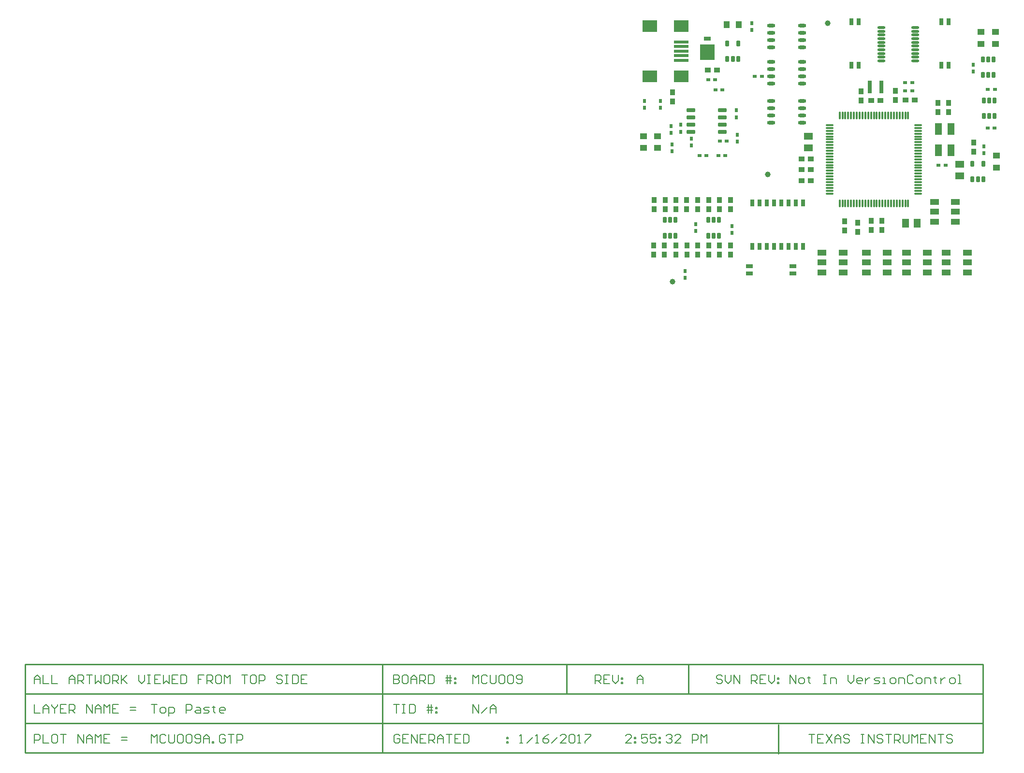
<source format=gtp>
G04 Layer_Color=8421504*
%FSAX25Y25*%
%MOIN*%
G70*
G01*
G75*
%ADD10R,0.04724X0.07874*%
%ADD11R,0.09843X0.01969*%
%ADD12R,0.09843X0.07874*%
%ADD13R,0.04724X0.04331*%
%ADD14R,0.06299X0.03937*%
%ADD15R,0.06299X0.03937*%
%ADD16R,0.02992X0.05000*%
%ADD17R,0.05000X0.02992*%
G04:AMPARAMS|DCode=18|XSize=23.62mil|YSize=57.09mil|CornerRadius=2.01mil|HoleSize=0mil|Usage=FLASHONLY|Rotation=90.000|XOffset=0mil|YOffset=0mil|HoleType=Round|Shape=RoundedRectangle|*
%AMROUNDEDRECTD18*
21,1,0.02362,0.05307,0,0,90.0*
21,1,0.01961,0.05709,0,0,90.0*
1,1,0.00402,0.02654,0.00980*
1,1,0.00402,0.02654,-0.00980*
1,1,0.00402,-0.02654,-0.00980*
1,1,0.00402,-0.02654,0.00980*
%
%ADD18ROUNDEDRECTD18*%
%ADD19O,0.01181X0.05709*%
%ADD20O,0.05709X0.01181*%
%ADD21O,0.05512X0.01772*%
%ADD22R,0.10000X0.10500*%
%ADD23R,0.05000X0.03000*%
%ADD24C,0.03937*%
G04:AMPARAMS|DCode=25|XSize=23.62mil|YSize=39.37mil|CornerRadius=2.01mil|HoleSize=0mil|Usage=FLASHONLY|Rotation=0.000|XOffset=0mil|YOffset=0mil|HoleType=Round|Shape=RoundedRectangle|*
%AMROUNDEDRECTD25*
21,1,0.02362,0.03535,0,0,0.0*
21,1,0.01961,0.03937,0,0,0.0*
1,1,0.00402,0.00980,-0.01768*
1,1,0.00402,-0.00980,-0.01768*
1,1,0.00402,-0.00980,0.01768*
1,1,0.00402,0.00980,0.01768*
%
%ADD25ROUNDEDRECTD25*%
%ADD26O,0.05709X0.02362*%
%ADD28R,0.03150X0.08661*%
%ADD29R,0.03150X0.02362*%
%ADD30R,0.03740X0.03937*%
%ADD31R,0.02362X0.03150*%
%ADD32R,0.03937X0.03740*%
%ADD33R,0.04331X0.04724*%
%ADD34R,0.05000X0.06300*%
%ADD35R,0.06300X0.05000*%
%ADD39C,0.01000*%
%ADD40C,0.00800*%
G54D10*
X0678203Y0455943D02*
D03*
X0669542D02*
D03*
X0678203Y0470510D02*
D03*
X0669542D02*
D03*
G54D11*
X0492376Y0530546D02*
D03*
Y0527396D02*
D03*
Y0524247D02*
D03*
Y0521097D02*
D03*
Y0517947D02*
D03*
G54D12*
Y0541569D02*
D03*
Y0506924D02*
D03*
X0470723Y0541569D02*
D03*
Y0506924D02*
D03*
G54D13*
X0708981Y0529113D02*
D03*
Y0537380D02*
D03*
X0709700Y0452034D02*
D03*
Y0443766D02*
D03*
X0476089Y0457390D02*
D03*
Y0465658D02*
D03*
X0699012Y0529113D02*
D03*
Y0537380D02*
D03*
X0466410Y0457373D02*
D03*
Y0465640D02*
D03*
G54D14*
X0681484Y0406510D02*
D03*
Y0413400D02*
D03*
Y0420290D02*
D03*
X0666917D02*
D03*
Y0413400D02*
D03*
Y0406510D02*
D03*
X0675106Y0385290D02*
D03*
Y0378400D02*
D03*
Y0371510D02*
D03*
X0689674D02*
D03*
Y0378400D02*
D03*
Y0385290D02*
D03*
G54D15*
X0619916D02*
D03*
Y0378400D02*
D03*
Y0371510D02*
D03*
X0634483D02*
D03*
Y0378400D02*
D03*
Y0385290D02*
D03*
X0589417D02*
D03*
Y0378400D02*
D03*
Y0371510D02*
D03*
X0603983D02*
D03*
Y0378400D02*
D03*
Y0385290D02*
D03*
X0662174Y0371510D02*
D03*
Y0378400D02*
D03*
Y0385290D02*
D03*
X0647607D02*
D03*
Y0378400D02*
D03*
Y0371510D02*
D03*
G54D16*
X0541200Y0389400D02*
D03*
X0546200D02*
D03*
X0551200D02*
D03*
X0556200D02*
D03*
X0561200D02*
D03*
X0566200D02*
D03*
X0571200D02*
D03*
X0576200D02*
D03*
Y0419400D02*
D03*
X0571200D02*
D03*
X0566200D02*
D03*
X0561200D02*
D03*
X0556200D02*
D03*
X0551200D02*
D03*
X0546200D02*
D03*
X0541200D02*
D03*
X0609700Y0544400D02*
D03*
X0614700D02*
D03*
Y0514400D02*
D03*
X0609700D02*
D03*
X0676700Y0544400D02*
D03*
X0671700D02*
D03*
Y0514400D02*
D03*
X0676700D02*
D03*
G54D17*
X0539200Y0375900D02*
D03*
Y0370900D02*
D03*
X0569200D02*
D03*
Y0375900D02*
D03*
G54D18*
X0499181Y0483644D02*
D03*
Y0478644D02*
D03*
Y0473644D02*
D03*
Y0468644D02*
D03*
X0520638Y0483644D02*
D03*
Y0478644D02*
D03*
Y0473644D02*
D03*
Y0468644D02*
D03*
G54D19*
X0601578Y0480030D02*
D03*
X0603546D02*
D03*
X0605515D02*
D03*
X0607483D02*
D03*
X0609452D02*
D03*
X0611420D02*
D03*
X0613389D02*
D03*
X0615357D02*
D03*
X0617326D02*
D03*
X0619295D02*
D03*
X0621263D02*
D03*
X0623232D02*
D03*
X0625200D02*
D03*
X0627169D02*
D03*
X0629137D02*
D03*
X0631106D02*
D03*
X0633074D02*
D03*
X0635042D02*
D03*
X0637011D02*
D03*
X0638979D02*
D03*
X0640948D02*
D03*
X0642916D02*
D03*
X0644885D02*
D03*
X0646853D02*
D03*
X0648822D02*
D03*
Y0419203D02*
D03*
X0646853D02*
D03*
X0644885D02*
D03*
X0642916D02*
D03*
X0640948D02*
D03*
X0638979D02*
D03*
X0637011D02*
D03*
X0635042D02*
D03*
X0633074D02*
D03*
X0631106D02*
D03*
X0629137D02*
D03*
X0627169D02*
D03*
X0625200D02*
D03*
X0623232D02*
D03*
X0621263D02*
D03*
X0619295D02*
D03*
X0617326D02*
D03*
X0615357D02*
D03*
X0613389D02*
D03*
X0611420D02*
D03*
X0609452D02*
D03*
X0607483D02*
D03*
X0605515D02*
D03*
X0603546D02*
D03*
X0601578D02*
D03*
G54D20*
X0655613Y0473238D02*
D03*
Y0471270D02*
D03*
Y0469301D02*
D03*
Y0467333D02*
D03*
Y0465364D02*
D03*
Y0463396D02*
D03*
Y0461427D02*
D03*
Y0459459D02*
D03*
Y0457490D02*
D03*
Y0455522D02*
D03*
Y0453553D02*
D03*
Y0451585D02*
D03*
Y0449616D02*
D03*
Y0447648D02*
D03*
Y0445679D02*
D03*
Y0443711D02*
D03*
Y0441742D02*
D03*
Y0439774D02*
D03*
Y0437805D02*
D03*
Y0435837D02*
D03*
Y0433868D02*
D03*
Y0431900D02*
D03*
Y0429931D02*
D03*
Y0427963D02*
D03*
Y0425994D02*
D03*
X0594787D02*
D03*
Y0427963D02*
D03*
Y0429931D02*
D03*
Y0431900D02*
D03*
Y0433868D02*
D03*
Y0435837D02*
D03*
Y0437805D02*
D03*
Y0439774D02*
D03*
Y0441742D02*
D03*
Y0443711D02*
D03*
Y0445679D02*
D03*
Y0447648D02*
D03*
Y0449616D02*
D03*
Y0451585D02*
D03*
Y0453553D02*
D03*
Y0455522D02*
D03*
Y0457490D02*
D03*
Y0459459D02*
D03*
Y0461427D02*
D03*
Y0463396D02*
D03*
Y0465364D02*
D03*
Y0467333D02*
D03*
Y0469301D02*
D03*
Y0471270D02*
D03*
Y0473238D02*
D03*
G54D21*
X0630395Y0540560D02*
D03*
Y0538001D02*
D03*
Y0535442D02*
D03*
Y0532883D02*
D03*
Y0530324D02*
D03*
Y0527765D02*
D03*
Y0525206D02*
D03*
Y0522647D02*
D03*
Y0520087D02*
D03*
Y0517528D02*
D03*
X0653624Y0540560D02*
D03*
Y0538001D02*
D03*
Y0535442D02*
D03*
Y0532883D02*
D03*
Y0530324D02*
D03*
Y0527765D02*
D03*
Y0525206D02*
D03*
Y0522647D02*
D03*
Y0520087D02*
D03*
Y0517528D02*
D03*
G54D22*
X0510410Y0523544D02*
D03*
G54D23*
Y0532744D02*
D03*
G54D24*
X0593200Y0543400D02*
D03*
X0486190Y0365360D02*
D03*
X0551890Y0439160D02*
D03*
G54D25*
X0708440Y0479487D02*
D03*
X0704700D02*
D03*
X0700960D02*
D03*
Y0490313D02*
D03*
X0704700D02*
D03*
X0708440D02*
D03*
X0510960Y0396987D02*
D03*
X0514700D02*
D03*
X0518440D02*
D03*
Y0407813D02*
D03*
X0514700D02*
D03*
X0510960D02*
D03*
X0693150Y0435747D02*
D03*
X0696890D02*
D03*
X0700630D02*
D03*
Y0446573D02*
D03*
X0693150D02*
D03*
X0524169Y0518731D02*
D03*
X0527910D02*
D03*
X0531650D02*
D03*
Y0529558D02*
D03*
X0524169D02*
D03*
X0700240Y0507833D02*
D03*
X0703981D02*
D03*
X0707721D02*
D03*
Y0518660D02*
D03*
X0703981D02*
D03*
X0700240D02*
D03*
X0480960Y0396987D02*
D03*
X0484700D02*
D03*
X0488440D02*
D03*
Y0407813D02*
D03*
X0484700D02*
D03*
X0480960D02*
D03*
G54D26*
X0554284Y0489747D02*
D03*
Y0484747D02*
D03*
Y0479747D02*
D03*
Y0474747D02*
D03*
X0575740Y0489747D02*
D03*
Y0484747D02*
D03*
Y0479747D02*
D03*
Y0474747D02*
D03*
Y0526747D02*
D03*
Y0531747D02*
D03*
Y0536747D02*
D03*
Y0541747D02*
D03*
X0554284Y0526747D02*
D03*
Y0531747D02*
D03*
Y0536747D02*
D03*
Y0541747D02*
D03*
X0575740Y0501747D02*
D03*
Y0506747D02*
D03*
Y0511747D02*
D03*
Y0516747D02*
D03*
X0554284Y0501747D02*
D03*
Y0506747D02*
D03*
Y0511747D02*
D03*
Y0516747D02*
D03*
G54D28*
X0630327Y0499660D02*
D03*
X0622453D02*
D03*
G54D29*
X0651562Y0502400D02*
D03*
X0646838D02*
D03*
X0515772Y0504644D02*
D03*
X0511047D02*
D03*
X0520772Y0497644D02*
D03*
X0516047D02*
D03*
X0523752Y0462160D02*
D03*
X0519028D02*
D03*
X0509788Y0452294D02*
D03*
X0505063D02*
D03*
X0703528Y0471160D02*
D03*
X0708252D02*
D03*
X0547851Y0506724D02*
D03*
X0543127D02*
D03*
X0518047Y0452144D02*
D03*
X0522772D02*
D03*
X0669838Y0445400D02*
D03*
X0674562D02*
D03*
X0708562Y0497900D02*
D03*
X0703838D02*
D03*
X0651562Y0496900D02*
D03*
X0646838D02*
D03*
G54D30*
X0473200Y0383750D02*
D03*
Y0390050D02*
D03*
X0496200Y0383750D02*
D03*
Y0390050D02*
D03*
X0495890Y0421660D02*
D03*
Y0415361D02*
D03*
X0473700Y0421550D02*
D03*
Y0415250D02*
D03*
X0503700Y0383750D02*
D03*
Y0390050D02*
D03*
X0526200Y0383750D02*
D03*
Y0390050D02*
D03*
Y0421550D02*
D03*
Y0415250D02*
D03*
X0503700Y0421550D02*
D03*
Y0415250D02*
D03*
X0480700Y0390050D02*
D03*
Y0383750D02*
D03*
X0488700Y0390050D02*
D03*
Y0383750D02*
D03*
Y0415250D02*
D03*
Y0421550D02*
D03*
X0481200Y0415250D02*
D03*
Y0421550D02*
D03*
X0511200Y0390050D02*
D03*
Y0383750D02*
D03*
X0518700Y0390050D02*
D03*
Y0383750D02*
D03*
X0518700Y0415250D02*
D03*
Y0421550D02*
D03*
X0511200Y0415250D02*
D03*
Y0421550D02*
D03*
X0630700Y0407050D02*
D03*
Y0400750D02*
D03*
X0486390Y0489510D02*
D03*
Y0495810D02*
D03*
X0693890Y0455010D02*
D03*
Y0461310D02*
D03*
X0623200Y0407050D02*
D03*
Y0400750D02*
D03*
X0604890Y0406810D02*
D03*
Y0400510D02*
D03*
X0613890Y0405810D02*
D03*
Y0399510D02*
D03*
X0669200Y0488550D02*
D03*
Y0482250D02*
D03*
X0676700Y0488550D02*
D03*
Y0482250D02*
D03*
X0616200Y0496550D02*
D03*
Y0490250D02*
D03*
X0639890Y0490510D02*
D03*
Y0496810D02*
D03*
G54D31*
X0502390Y0405022D02*
D03*
Y0400298D02*
D03*
X0527390Y0403522D02*
D03*
Y0398798D02*
D03*
X0494890Y0372522D02*
D03*
Y0367798D02*
D03*
X0540910Y0543506D02*
D03*
Y0538782D02*
D03*
X0485890Y0455298D02*
D03*
Y0460022D02*
D03*
X0693700Y0514762D02*
D03*
Y0510038D02*
D03*
X0530260Y0478672D02*
D03*
Y0483396D02*
D03*
X0485410Y0467782D02*
D03*
Y0472506D02*
D03*
X0530910Y0466506D02*
D03*
Y0461782D02*
D03*
X0466910Y0485282D02*
D03*
Y0490006D02*
D03*
X0700890Y0458522D02*
D03*
Y0453798D02*
D03*
X0499390Y0459298D02*
D03*
Y0464022D02*
D03*
X0491889Y0468662D02*
D03*
Y0473386D02*
D03*
X0477890Y0485298D02*
D03*
Y0490022D02*
D03*
G54D32*
X0581650Y0442400D02*
D03*
X0575350D02*
D03*
X0581750Y0449900D02*
D03*
X0575450D02*
D03*
X0517059Y0511144D02*
D03*
X0510760D02*
D03*
X0581650Y0434900D02*
D03*
X0575350D02*
D03*
X0653350Y0490400D02*
D03*
X0647050D02*
D03*
X0629540Y0490160D02*
D03*
X0623240D02*
D03*
G54D33*
X0532082Y0542516D02*
D03*
X0523814D02*
D03*
G54D34*
X0654890Y0405660D02*
D03*
X0646890D02*
D03*
G54D35*
X0579890Y0465560D02*
D03*
Y0457560D02*
D03*
X0684390Y0446160D02*
D03*
Y0438160D02*
D03*
G54D39*
X0497200Y0080717D02*
Y0101050D01*
X0413200Y0080717D02*
Y0101050D01*
X0040000Y0080717D02*
X0700200D01*
X0040000Y0060383D02*
X0700000D01*
X0040000Y0040050D02*
X0440500D01*
X0040050Y0101050D02*
X0700200D01*
X0040050Y0040050D02*
Y0101050D01*
Y0040050D02*
X0197600D01*
X0040000D02*
Y0101050D01*
X0286500Y0040050D02*
Y0101050D01*
X0700200Y0040050D02*
Y0101050D01*
X0440500Y0040050D02*
X0700200D01*
X0559400Y0039400D02*
Y0059683D01*
G54D40*
X0126900Y0073549D02*
X0130899D01*
X0128899D01*
Y0067551D01*
X0133898D02*
X0135897D01*
X0136897Y0068550D01*
Y0070550D01*
X0135897Y0071549D01*
X0133898D01*
X0132898Y0070550D01*
Y0068550D01*
X0133898Y0067551D01*
X0138896Y0065551D02*
Y0071549D01*
X0141895D01*
X0142895Y0070550D01*
Y0068550D01*
X0141895Y0067551D01*
X0138896D01*
X0150892D02*
Y0073549D01*
X0153891D01*
X0154891Y0072549D01*
Y0070550D01*
X0153891Y0069550D01*
X0150892D01*
X0157890Y0071549D02*
X0159889D01*
X0160889Y0070550D01*
Y0067551D01*
X0157890D01*
X0156890Y0068550D01*
X0157890Y0069550D01*
X0160889D01*
X0162888Y0067551D02*
X0165887D01*
X0166887Y0068550D01*
X0165887Y0069550D01*
X0163888D01*
X0162888Y0070550D01*
X0163888Y0071549D01*
X0166887D01*
X0169886Y0072549D02*
Y0071549D01*
X0168886D01*
X0170886D01*
X0169886D01*
Y0068550D01*
X0170886Y0067551D01*
X0176884D02*
X0174884D01*
X0173885Y0068550D01*
Y0070550D01*
X0174884Y0071549D01*
X0176884D01*
X0177884Y0070550D01*
Y0069550D01*
X0173885D01*
X0567400Y0087833D02*
Y0093831D01*
X0571399Y0087833D01*
Y0093831D01*
X0574398Y0087833D02*
X0576397D01*
X0577397Y0088833D01*
Y0090832D01*
X0576397Y0091832D01*
X0574398D01*
X0573398Y0090832D01*
Y0088833D01*
X0574398Y0087833D01*
X0580396Y0092832D02*
Y0091832D01*
X0579396D01*
X0581395D01*
X0580396D01*
Y0088833D01*
X0581395Y0087833D01*
X0590393Y0093831D02*
X0592392D01*
X0591392D01*
Y0087833D01*
X0590393D01*
X0592392D01*
X0595391D02*
Y0091832D01*
X0598390D01*
X0599390Y0090832D01*
Y0087833D01*
X0607387Y0093831D02*
Y0089833D01*
X0609386Y0087833D01*
X0611386Y0089833D01*
Y0093831D01*
X0616384Y0087833D02*
X0614385D01*
X0613385Y0088833D01*
Y0090832D01*
X0614385Y0091832D01*
X0616384D01*
X0617384Y0090832D01*
Y0089833D01*
X0613385D01*
X0619383Y0091832D02*
Y0087833D01*
Y0089833D01*
X0620383Y0090832D01*
X0621383Y0091832D01*
X0622382D01*
X0625381Y0087833D02*
X0628380D01*
X0629380Y0088833D01*
X0628380Y0089833D01*
X0626381D01*
X0625381Y0090832D01*
X0626381Y0091832D01*
X0629380D01*
X0631379Y0087833D02*
X0633379D01*
X0632379D01*
Y0091832D01*
X0631379D01*
X0637377Y0087833D02*
X0639377D01*
X0640376Y0088833D01*
Y0090832D01*
X0639377Y0091832D01*
X0637377D01*
X0636378Y0090832D01*
Y0088833D01*
X0637377Y0087833D01*
X0642376D02*
Y0091832D01*
X0645375D01*
X0646374Y0090832D01*
Y0087833D01*
X0652373Y0092832D02*
X0651373Y0093831D01*
X0649373D01*
X0648374Y0092832D01*
Y0088833D01*
X0649373Y0087833D01*
X0651373D01*
X0652373Y0088833D01*
X0655372Y0087833D02*
X0657371D01*
X0658371Y0088833D01*
Y0090832D01*
X0657371Y0091832D01*
X0655372D01*
X0654372Y0090832D01*
Y0088833D01*
X0655372Y0087833D01*
X0660370D02*
Y0091832D01*
X0663369D01*
X0664369Y0090832D01*
Y0087833D01*
X0667368Y0092832D02*
Y0091832D01*
X0666368D01*
X0668367D01*
X0667368D01*
Y0088833D01*
X0668367Y0087833D01*
X0671366Y0091832D02*
Y0087833D01*
Y0089833D01*
X0672366Y0090832D01*
X0673366Y0091832D01*
X0674365D01*
X0678364Y0087833D02*
X0680364D01*
X0681363Y0088833D01*
Y0090832D01*
X0680364Y0091832D01*
X0678364D01*
X0677364Y0090832D01*
Y0088833D01*
X0678364Y0087833D01*
X0683362D02*
X0685362D01*
X0684362D01*
Y0093831D01*
X0683362D01*
X0520799Y0092832D02*
X0519799Y0093831D01*
X0517800D01*
X0516800Y0092832D01*
Y0091832D01*
X0517800Y0090832D01*
X0519799D01*
X0520799Y0089833D01*
Y0088833D01*
X0519799Y0087833D01*
X0517800D01*
X0516800Y0088833D01*
X0522798Y0093831D02*
Y0089833D01*
X0524797Y0087833D01*
X0526797Y0089833D01*
Y0093831D01*
X0528796Y0087833D02*
Y0093831D01*
X0532795Y0087833D01*
Y0093831D01*
X0540792Y0087833D02*
Y0093831D01*
X0543791D01*
X0544791Y0092832D01*
Y0090832D01*
X0543791Y0089833D01*
X0540792D01*
X0542792D02*
X0544791Y0087833D01*
X0550789Y0093831D02*
X0546790D01*
Y0087833D01*
X0550789D01*
X0546790Y0090832D02*
X0548790D01*
X0552788Y0093831D02*
Y0089833D01*
X0554788Y0087833D01*
X0556787Y0089833D01*
Y0093831D01*
X0558786Y0091832D02*
X0559786D01*
Y0090832D01*
X0558786D01*
Y0091832D01*
Y0088833D02*
X0559786D01*
Y0087833D01*
X0558786D01*
Y0088833D01*
X0433000Y0087833D02*
Y0093831D01*
X0435999D01*
X0436999Y0092832D01*
Y0090832D01*
X0435999Y0089833D01*
X0433000D01*
X0434999D02*
X0436999Y0087833D01*
X0442997Y0093831D02*
X0438998D01*
Y0087833D01*
X0442997D01*
X0438998Y0090832D02*
X0440997D01*
X0444996Y0093831D02*
Y0089833D01*
X0446995Y0087833D01*
X0448995Y0089833D01*
Y0093831D01*
X0450994Y0091832D02*
X0451994D01*
Y0090832D01*
X0450994D01*
Y0091832D01*
Y0088833D02*
X0451994D01*
Y0087833D01*
X0450994D01*
Y0088833D01*
X0126900Y0046966D02*
Y0052965D01*
X0128899Y0050965D01*
X0130899Y0052965D01*
Y0046966D01*
X0136897Y0051965D02*
X0135897Y0052965D01*
X0133898D01*
X0132898Y0051965D01*
Y0047966D01*
X0133898Y0046966D01*
X0135897D01*
X0136897Y0047966D01*
X0138896Y0052965D02*
Y0047966D01*
X0139896Y0046966D01*
X0141895D01*
X0142895Y0047966D01*
Y0052965D01*
X0144894Y0051965D02*
X0145894Y0052965D01*
X0147893D01*
X0148893Y0051965D01*
Y0047966D01*
X0147893Y0046966D01*
X0145894D01*
X0144894Y0047966D01*
Y0051965D01*
X0150892D02*
X0151892Y0052965D01*
X0153891D01*
X0154891Y0051965D01*
Y0047966D01*
X0153891Y0046966D01*
X0151892D01*
X0150892Y0047966D01*
Y0051965D01*
X0156890Y0047966D02*
X0157890Y0046966D01*
X0159889D01*
X0160889Y0047966D01*
Y0051965D01*
X0159889Y0052965D01*
X0157890D01*
X0156890Y0051965D01*
Y0050965D01*
X0157890Y0049966D01*
X0160889D01*
X0162888Y0046966D02*
Y0050965D01*
X0164888Y0052965D01*
X0166887Y0050965D01*
Y0046966D01*
Y0049966D01*
X0162888D01*
X0168886Y0046966D02*
Y0047966D01*
X0169886D01*
Y0046966D01*
X0168886D01*
X0177884Y0051965D02*
X0176884Y0052965D01*
X0174884D01*
X0173885Y0051965D01*
Y0047966D01*
X0174884Y0046966D01*
X0176884D01*
X0177884Y0047966D01*
Y0049966D01*
X0175884D01*
X0179883Y0052965D02*
X0183882D01*
X0181882D01*
Y0046966D01*
X0185881D02*
Y0052965D01*
X0188880D01*
X0189880Y0051965D01*
Y0049966D01*
X0188880Y0048966D01*
X0185881D01*
X0381150Y0046966D02*
X0383149D01*
X0382150D01*
Y0052965D01*
X0381150Y0051965D01*
X0386148Y0046966D02*
X0390147Y0050965D01*
X0392146Y0046966D02*
X0394146D01*
X0393146D01*
Y0052965D01*
X0392146Y0051965D01*
X0401144Y0052965D02*
X0399144Y0051965D01*
X0397145Y0049966D01*
Y0047966D01*
X0398145Y0046966D01*
X0400144D01*
X0401144Y0047966D01*
Y0048966D01*
X0400144Y0049966D01*
X0397145D01*
X0403143Y0046966D02*
X0407142Y0050965D01*
X0413140Y0046966D02*
X0409141D01*
X0413140Y0050965D01*
Y0051965D01*
X0412140Y0052965D01*
X0410141D01*
X0409141Y0051965D01*
X0415139D02*
X0416139Y0052965D01*
X0418138D01*
X0419138Y0051965D01*
Y0047966D01*
X0418138Y0046966D01*
X0416139D01*
X0415139Y0047966D01*
Y0051965D01*
X0421137Y0046966D02*
X0423136D01*
X0422137D01*
Y0052965D01*
X0421137Y0051965D01*
X0426135Y0052965D02*
X0430134D01*
Y0051965D01*
X0426135Y0047966D01*
Y0046966D01*
X0298199Y0051965D02*
X0297199Y0052965D01*
X0295200D01*
X0294200Y0051965D01*
Y0047966D01*
X0295200Y0046966D01*
X0297199D01*
X0298199Y0047966D01*
Y0049966D01*
X0296199D01*
X0304197Y0052965D02*
X0300198D01*
Y0046966D01*
X0304197D01*
X0300198Y0049966D02*
X0302197D01*
X0306196Y0046966D02*
Y0052965D01*
X0310195Y0046966D01*
Y0052965D01*
X0316193D02*
X0312194D01*
Y0046966D01*
X0316193D01*
X0312194Y0049966D02*
X0314194D01*
X0318192Y0046966D02*
Y0052965D01*
X0321191D01*
X0322191Y0051965D01*
Y0049966D01*
X0321191Y0048966D01*
X0318192D01*
X0320192D02*
X0322191Y0046966D01*
X0324190D02*
Y0050965D01*
X0326190Y0052965D01*
X0328189Y0050965D01*
Y0046966D01*
Y0049966D01*
X0324190D01*
X0330188Y0052965D02*
X0334187D01*
X0332188D01*
Y0046966D01*
X0340185Y0052965D02*
X0336186D01*
Y0046966D01*
X0340185D01*
X0336186Y0049966D02*
X0338186D01*
X0342184Y0052965D02*
Y0046966D01*
X0345183D01*
X0346183Y0047966D01*
Y0051965D01*
X0345183Y0052965D01*
X0342184D01*
X0372175Y0050965D02*
X0373175D01*
Y0049966D01*
X0372175D01*
Y0050965D01*
Y0047966D02*
X0373175D01*
Y0046966D01*
X0372175D01*
Y0047966D01*
X0046350Y0087833D02*
Y0091832D01*
X0048349Y0093831D01*
X0050349Y0091832D01*
Y0087833D01*
Y0090832D01*
X0046350D01*
X0052348Y0093831D02*
Y0087833D01*
X0056347D01*
X0058346Y0093831D02*
Y0087833D01*
X0062345D01*
X0070342D02*
Y0091832D01*
X0072342Y0093831D01*
X0074341Y0091832D01*
Y0087833D01*
Y0090832D01*
X0070342D01*
X0076340Y0087833D02*
Y0093831D01*
X0079339D01*
X0080339Y0092832D01*
Y0090832D01*
X0079339Y0089833D01*
X0076340D01*
X0078340D02*
X0080339Y0087833D01*
X0082338Y0093831D02*
X0086337D01*
X0084338D01*
Y0087833D01*
X0088336Y0093831D02*
Y0087833D01*
X0090336Y0089833D01*
X0092335Y0087833D01*
Y0093831D01*
X0097334D02*
X0095334D01*
X0094335Y0092832D01*
Y0088833D01*
X0095334Y0087833D01*
X0097334D01*
X0098333Y0088833D01*
Y0092832D01*
X0097334Y0093831D01*
X0100332Y0087833D02*
Y0093831D01*
X0103332D01*
X0104331Y0092832D01*
Y0090832D01*
X0103332Y0089833D01*
X0100332D01*
X0102332D02*
X0104331Y0087833D01*
X0106331Y0093831D02*
Y0087833D01*
Y0089833D01*
X0110329Y0093831D01*
X0107330Y0090832D01*
X0110329Y0087833D01*
X0118327Y0093831D02*
Y0089833D01*
X0120326Y0087833D01*
X0122325Y0089833D01*
Y0093831D01*
X0124325D02*
X0126324D01*
X0125324D01*
Y0087833D01*
X0124325D01*
X0126324D01*
X0133322Y0093831D02*
X0129323D01*
Y0087833D01*
X0133322D01*
X0129323Y0090832D02*
X0131323D01*
X0135321Y0093831D02*
Y0087833D01*
X0137321Y0089833D01*
X0139320Y0087833D01*
Y0093831D01*
X0145318D02*
X0141319D01*
Y0087833D01*
X0145318D01*
X0141319Y0090832D02*
X0143319D01*
X0147317Y0093831D02*
Y0087833D01*
X0150316D01*
X0151316Y0088833D01*
Y0092832D01*
X0150316Y0093831D01*
X0147317D01*
X0163312D02*
X0159313D01*
Y0090832D01*
X0161313D01*
X0159313D01*
Y0087833D01*
X0165312D02*
Y0093831D01*
X0168310D01*
X0169310Y0092832D01*
Y0090832D01*
X0168310Y0089833D01*
X0165312D01*
X0167311D02*
X0169310Y0087833D01*
X0174309Y0093831D02*
X0172309D01*
X0171310Y0092832D01*
Y0088833D01*
X0172309Y0087833D01*
X0174309D01*
X0175308Y0088833D01*
Y0092832D01*
X0174309Y0093831D01*
X0177308Y0087833D02*
Y0093831D01*
X0179307Y0091832D01*
X0181306Y0093831D01*
Y0087833D01*
X0189304Y0093831D02*
X0193303D01*
X0191303D01*
Y0087833D01*
X0198301Y0093831D02*
X0196301D01*
X0195302Y0092832D01*
Y0088833D01*
X0196301Y0087833D01*
X0198301D01*
X0199301Y0088833D01*
Y0092832D01*
X0198301Y0093831D01*
X0201300Y0087833D02*
Y0093831D01*
X0204299D01*
X0205299Y0092832D01*
Y0090832D01*
X0204299Y0089833D01*
X0201300D01*
X0217295Y0092832D02*
X0216295Y0093831D01*
X0214296D01*
X0213296Y0092832D01*
Y0091832D01*
X0214296Y0090832D01*
X0216295D01*
X0217295Y0089833D01*
Y0088833D01*
X0216295Y0087833D01*
X0214296D01*
X0213296Y0088833D01*
X0219294Y0093831D02*
X0221293D01*
X0220294D01*
Y0087833D01*
X0219294D01*
X0221293D01*
X0224292Y0093831D02*
Y0087833D01*
X0227291D01*
X0228291Y0088833D01*
Y0092832D01*
X0227291Y0093831D01*
X0224292D01*
X0234289D02*
X0230291D01*
Y0087833D01*
X0234289D01*
X0230291Y0090832D02*
X0232290D01*
X0462150Y0087833D02*
Y0091832D01*
X0464149Y0093831D01*
X0466149Y0091832D01*
Y0087833D01*
Y0090832D01*
X0462150D01*
X0348550Y0087833D02*
Y0093831D01*
X0350549Y0091832D01*
X0352549Y0093831D01*
Y0087833D01*
X0358547Y0092832D02*
X0357547Y0093831D01*
X0355548D01*
X0354548Y0092832D01*
Y0088833D01*
X0355548Y0087833D01*
X0357547D01*
X0358547Y0088833D01*
X0360546Y0093831D02*
Y0088833D01*
X0361546Y0087833D01*
X0363545D01*
X0364545Y0088833D01*
Y0093831D01*
X0366544Y0092832D02*
X0367544Y0093831D01*
X0369543D01*
X0370543Y0092832D01*
Y0088833D01*
X0369543Y0087833D01*
X0367544D01*
X0366544Y0088833D01*
Y0092832D01*
X0372542D02*
X0373542Y0093831D01*
X0375541D01*
X0376541Y0092832D01*
Y0088833D01*
X0375541Y0087833D01*
X0373542D01*
X0372542Y0088833D01*
Y0092832D01*
X0378540Y0088833D02*
X0379540Y0087833D01*
X0381539D01*
X0382539Y0088833D01*
Y0092832D01*
X0381539Y0093831D01*
X0379540D01*
X0378540Y0092832D01*
Y0091832D01*
X0379540Y0090832D01*
X0382539D01*
X0294000Y0093831D02*
Y0087833D01*
X0296999D01*
X0297999Y0088833D01*
Y0089833D01*
X0296999Y0090832D01*
X0294000D01*
X0296999D01*
X0297999Y0091832D01*
Y0092832D01*
X0296999Y0093831D01*
X0294000D01*
X0302997D02*
X0300998D01*
X0299998Y0092832D01*
Y0088833D01*
X0300998Y0087833D01*
X0302997D01*
X0303997Y0088833D01*
Y0092832D01*
X0302997Y0093831D01*
X0305996Y0087833D02*
Y0091832D01*
X0307996Y0093831D01*
X0309995Y0091832D01*
Y0087833D01*
Y0090832D01*
X0305996D01*
X0311994Y0087833D02*
Y0093831D01*
X0314993D01*
X0315993Y0092832D01*
Y0090832D01*
X0314993Y0089833D01*
X0311994D01*
X0313994D02*
X0315993Y0087833D01*
X0317992Y0093831D02*
Y0087833D01*
X0320991D01*
X0321991Y0088833D01*
Y0092832D01*
X0320991Y0093831D01*
X0317992D01*
X0330988Y0087833D02*
Y0093831D01*
X0332987D02*
Y0087833D01*
X0329988Y0091832D02*
X0332987D01*
X0333987D01*
X0329988Y0089833D02*
X0333987D01*
X0335986Y0091832D02*
X0336986D01*
Y0090832D01*
X0335986D01*
Y0091832D01*
Y0088833D02*
X0336986D01*
Y0087833D01*
X0335986D01*
Y0088833D01*
X0046350Y0073549D02*
Y0067551D01*
X0050349D01*
X0052348D02*
Y0071549D01*
X0054347Y0073549D01*
X0056347Y0071549D01*
Y0067551D01*
Y0070550D01*
X0052348D01*
X0058346Y0073549D02*
Y0072549D01*
X0060346Y0070550D01*
X0062345Y0072549D01*
Y0073549D01*
X0060346Y0070550D02*
Y0067551D01*
X0068343Y0073549D02*
X0064344D01*
Y0067551D01*
X0068343D01*
X0064344Y0070550D02*
X0066343D01*
X0070342Y0067551D02*
Y0073549D01*
X0073341D01*
X0074341Y0072549D01*
Y0070550D01*
X0073341Y0069550D01*
X0070342D01*
X0072342D02*
X0074341Y0067551D01*
X0082338D02*
Y0073549D01*
X0086337Y0067551D01*
Y0073549D01*
X0088336Y0067551D02*
Y0071549D01*
X0090336Y0073549D01*
X0092335Y0071549D01*
Y0067551D01*
Y0070550D01*
X0088336D01*
X0094335Y0067551D02*
Y0073549D01*
X0096334Y0071549D01*
X0098333Y0073549D01*
Y0067551D01*
X0104331Y0073549D02*
X0100332D01*
Y0067551D01*
X0104331D01*
X0100332Y0070550D02*
X0102332D01*
X0112329Y0069550D02*
X0116327D01*
X0112329Y0071549D02*
X0116327D01*
X0046350Y0046966D02*
Y0052965D01*
X0049349D01*
X0050349Y0051965D01*
Y0049966D01*
X0049349Y0048966D01*
X0046350D01*
X0052348Y0052965D02*
Y0046966D01*
X0056347D01*
X0061345Y0052965D02*
X0059346D01*
X0058346Y0051965D01*
Y0047966D01*
X0059346Y0046966D01*
X0061345D01*
X0062345Y0047966D01*
Y0051965D01*
X0061345Y0052965D01*
X0064344D02*
X0068343D01*
X0066343D01*
Y0046966D01*
X0076340D02*
Y0052965D01*
X0080339Y0046966D01*
Y0052965D01*
X0082338Y0046966D02*
Y0050965D01*
X0084338Y0052965D01*
X0086337Y0050965D01*
Y0046966D01*
Y0049966D01*
X0082338D01*
X0088336Y0046966D02*
Y0052965D01*
X0090336Y0050965D01*
X0092335Y0052965D01*
Y0046966D01*
X0098333Y0052965D02*
X0094335D01*
Y0046966D01*
X0098333D01*
X0094335Y0049966D02*
X0096334D01*
X0106331Y0048966D02*
X0110329D01*
X0106331Y0050965D02*
X0110329D01*
X0458049Y0046966D02*
X0454050D01*
X0458049Y0050965D01*
Y0051965D01*
X0457049Y0052965D01*
X0455050D01*
X0454050Y0051965D01*
X0460048Y0050965D02*
X0461048D01*
Y0049966D01*
X0460048D01*
Y0050965D01*
Y0047966D02*
X0461048D01*
Y0046966D01*
X0460048D01*
Y0047966D01*
X0469045Y0052965D02*
X0465046D01*
Y0049966D01*
X0467046Y0050965D01*
X0468046D01*
X0469045Y0049966D01*
Y0047966D01*
X0468046Y0046966D01*
X0466046D01*
X0465046Y0047966D01*
X0475043Y0052965D02*
X0471044D01*
Y0049966D01*
X0473044Y0050965D01*
X0474044D01*
X0475043Y0049966D01*
Y0047966D01*
X0474044Y0046966D01*
X0472044D01*
X0471044Y0047966D01*
X0477043Y0050965D02*
X0478042D01*
Y0049966D01*
X0477043D01*
Y0050965D01*
Y0047966D02*
X0478042D01*
Y0046966D01*
X0477043D01*
Y0047966D01*
X0482041Y0051965D02*
X0483041Y0052965D01*
X0485040D01*
X0486040Y0051965D01*
Y0050965D01*
X0485040Y0049966D01*
X0484040D01*
X0485040D01*
X0486040Y0048966D01*
Y0047966D01*
X0485040Y0046966D01*
X0483041D01*
X0482041Y0047966D01*
X0492038Y0046966D02*
X0488039D01*
X0492038Y0050965D01*
Y0051965D01*
X0491038Y0052965D01*
X0489039D01*
X0488039Y0051965D01*
X0500035Y0046966D02*
Y0052965D01*
X0503034D01*
X0504034Y0051965D01*
Y0049966D01*
X0503034Y0048966D01*
X0500035D01*
X0506033Y0046966D02*
Y0052965D01*
X0508033Y0050965D01*
X0510032Y0052965D01*
Y0046966D01*
X0580500Y0052965D02*
X0584499D01*
X0582499D01*
Y0046966D01*
X0590497Y0052965D02*
X0586498D01*
Y0046966D01*
X0590497D01*
X0586498Y0049966D02*
X0588497D01*
X0592496Y0052965D02*
X0596495Y0046966D01*
Y0052965D02*
X0592496Y0046966D01*
X0598494D02*
Y0050965D01*
X0600493Y0052965D01*
X0602493Y0050965D01*
Y0046966D01*
Y0049966D01*
X0598494D01*
X0608491Y0051965D02*
X0607491Y0052965D01*
X0605492D01*
X0604492Y0051965D01*
Y0050965D01*
X0605492Y0049966D01*
X0607491D01*
X0608491Y0048966D01*
Y0047966D01*
X0607491Y0046966D01*
X0605492D01*
X0604492Y0047966D01*
X0616488Y0052965D02*
X0618488D01*
X0617488D01*
Y0046966D01*
X0616488D01*
X0618488D01*
X0621487D02*
Y0052965D01*
X0625486Y0046966D01*
Y0052965D01*
X0631484Y0051965D02*
X0630484Y0052965D01*
X0628484D01*
X0627485Y0051965D01*
Y0050965D01*
X0628484Y0049966D01*
X0630484D01*
X0631484Y0048966D01*
Y0047966D01*
X0630484Y0046966D01*
X0628484D01*
X0627485Y0047966D01*
X0633483Y0052965D02*
X0637482D01*
X0635482D01*
Y0046966D01*
X0639481D02*
Y0052965D01*
X0642480D01*
X0643480Y0051965D01*
Y0049966D01*
X0642480Y0048966D01*
X0639481D01*
X0641480D02*
X0643480Y0046966D01*
X0645479Y0052965D02*
Y0047966D01*
X0646479Y0046966D01*
X0648478D01*
X0649478Y0047966D01*
Y0052965D01*
X0651477Y0046966D02*
Y0052965D01*
X0653476Y0050965D01*
X0655476Y0052965D01*
Y0046966D01*
X0661474Y0052965D02*
X0657475D01*
Y0046966D01*
X0661474D01*
X0657475Y0049966D02*
X0659474D01*
X0663473Y0046966D02*
Y0052965D01*
X0667472Y0046966D01*
Y0052965D01*
X0669471D02*
X0673470D01*
X0671471D01*
Y0046966D01*
X0679468Y0051965D02*
X0678468Y0052965D01*
X0676469D01*
X0675469Y0051965D01*
Y0050965D01*
X0676469Y0049966D01*
X0678468D01*
X0679468Y0048966D01*
Y0047966D01*
X0678468Y0046966D01*
X0676469D01*
X0675469Y0047966D01*
X0294000Y0073498D02*
X0297999D01*
X0295999D01*
Y0067500D01*
X0299998Y0073498D02*
X0301997D01*
X0300998D01*
Y0067500D01*
X0299998D01*
X0301997D01*
X0304996Y0073498D02*
Y0067500D01*
X0307996D01*
X0308995Y0068500D01*
Y0072498D01*
X0307996Y0073498D01*
X0304996D01*
X0317992Y0067500D02*
Y0073498D01*
X0319992D02*
Y0067500D01*
X0316993Y0071499D02*
X0319992D01*
X0320991D01*
X0316993Y0069499D02*
X0320991D01*
X0322991Y0071499D02*
X0323990D01*
Y0070499D01*
X0322991D01*
Y0071499D01*
Y0068500D02*
X0323990D01*
Y0067500D01*
X0322991D01*
Y0068500D01*
X0348550Y0067500D02*
Y0073498D01*
X0352549Y0067500D01*
Y0073498D01*
X0354548Y0067500D02*
X0358547Y0071499D01*
X0360546Y0067500D02*
Y0071499D01*
X0362545Y0073498D01*
X0364545Y0071499D01*
Y0067500D01*
Y0070499D01*
X0360546D01*
M02*

</source>
